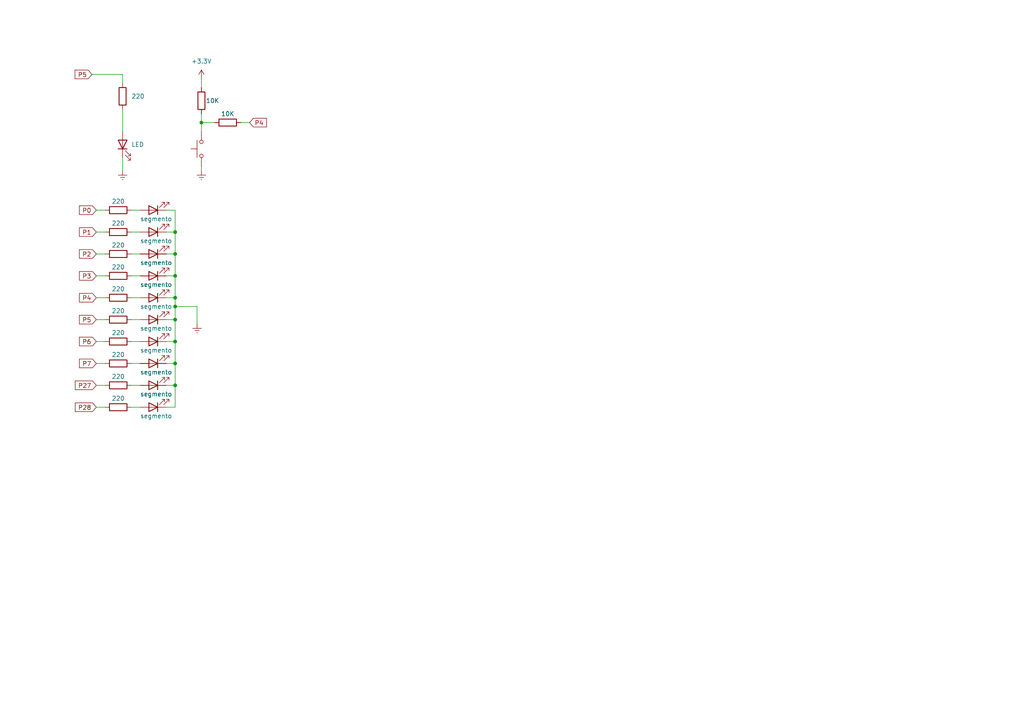
<source format=kicad_sch>
(kicad_sch (version 20211123) (generator eeschema)
  (paper "A4")
  (lib_symbols
    (symbol "Device:LED" (pin_numbers hide) (pin_names (offset 1.016) hide)
      (property "Reference" "D" (at 0 2.54 0))
      (property "Value" "LED" (at 0 -2.54 0))
      (symbol "LED_0_1"
        (polyline (pts (xy -1.27 -1.27) (xy -1.27 1.27)) (stroke (width 0.254)))
        (polyline (pts (xy -1.27 0) (xy 1.27 0)))
        (polyline (pts (xy 1.27 -1.27) (xy 1.27 1.27) (xy -1.27 0) (xy 1.27 -1.27)) (stroke (width 0.254)))
        (polyline (pts (xy -3.048 -0.762) (xy -4.572 -2.286) (xy -3.81 -2.286) (xy -4.572 -2.286) (xy -4.572 -1.524)))
        (polyline (pts (xy -1.778 -0.762) (xy -3.302 -2.286) (xy -2.54 -2.286) (xy -3.302 -2.286) (xy -3.302 -1.524)))
      )
      (symbol "LED_1_1"
        (pin passive line (at -3.81 0 0) (length 2.54) (name "K") (number "1"))
        (pin passive line (at 3.81 0 180) (length 2.54) (name "A") (number "2"))
      )
    )
    (symbol "Device:R" (pin_numbers hide) (pin_names (offset 0))
      (property "Reference" "R" (at 2.032 0 90))
      (property "Value" "R" (at 0 0 90))
      (symbol "R_0_1"
        (rectangle (start -1.016 -2.54) (end 1.016 2.54) (stroke (width 0.254)))
      )
      (symbol "R_1_1"
        (pin passive line (at 0 3.81 270) (length 1.27) (name "~") (number "1"))
        (pin passive line (at 0 -3.81 90) (length 1.27) (name "~") (number "2"))
      )
    )
    (symbol "Switch:SW_Push" (pin_numbers hide) (pin_names (offset 1.016) hide)
      (property "Reference" "SW" (at 1.27 2.54 0))
      (property "Value" "SW_Push" (at 0 -1.524 0))
      (symbol "SW_Push_0_1"
        (circle (center -2.032 0) (radius 0.508))
        (polyline (pts (xy 0 1.27) (xy 0 3.048)))
        (polyline (pts (xy 2.54 1.27) (xy -2.54 1.27)))
        (circle (center 2.032 0) (radius 0.508))
        (pin passive line (at -5.08 0 0) (length 2.54) (name "1") (number "1"))
        (pin passive line (at 5.08 0 180) (length 2.54) (name "2") (number "2"))
      )
    )
    (symbol "power:+3.3V" (power) (pin_names (offset 0))
      (property "Value" "+3.3V" (at 0 3.556 0))
      (symbol "+3.3V_0_1"
        (polyline (pts (xy -0.762 1.27) (xy 0 2.54)))
        (polyline (pts (xy 0 0) (xy 0 2.54)))
        (polyline (pts (xy 0 2.54) (xy 0.762 1.27)))
      )
      (symbol "+3.3V_1_1"
        (pin power_in line (at 0 0 90) (length 0) hide (name "+3.3V") (number "1"))
      )
    )
    (symbol "power:Earth" (power) (pin_names (offset 0))
      (symbol "Earth_0_1"
        (polyline (pts (xy -0.635 -1.905) (xy 0.635 -1.905)))
        (polyline (pts (xy -0.127 -2.54) (xy 0.127 -2.54)))
        (polyline (pts (xy 0 -1.27) (xy 0 0)))
        (polyline (pts (xy 1.27 -1.27) (xy -1.27 -1.27)))
      )
      (symbol "Earth_1_1"
        (pin power_in line (at 0 0 270) (length 0) hide (name "Earth") (number "1"))
      )
    )
  )
  (junction (at 50.8 80.01))
  (junction (at 50.8 88.9))
  (junction (at 50.8 67.31))
  (junction (at 50.8 73.66))
  (junction (at 58.42 35.56))
  (junction (at 50.8 92.71))
  (junction (at 50.8 111.76))
  (junction (at 50.8 86.36))
  (junction (at 50.8 99.06))
  (junction (at 50.8 105.41))
  (wire (pts (xy 38.1 118.11) (xy 40.64 118.11)))
  (wire (pts (xy 38.1 60.96) (xy 40.64 60.96)))
  (wire (pts (xy 35.56 31.75) (xy 35.56 38.1)))
  (wire (pts (xy 38.1 99.06) (xy 40.64 99.06)))
  (wire (pts (xy 57.15 88.9) (xy 50.8 88.9)))
  (wire (pts (xy 27.94 73.66) (xy 30.48 73.66)))
  (wire (pts (xy 38.1 80.01) (xy 40.64 80.01)))
  (wire (pts (xy 58.42 35.56) (xy 62.23 35.56)))
  (wire (pts (xy 26.67 21.59) (xy 35.56 21.59)))
  (wire (pts (xy 48.26 118.11) (xy 50.8 118.11)))
  (wire (pts (xy 48.26 111.76) (xy 50.8 111.76)))
  (wire (pts (xy 38.1 105.41) (xy 40.64 105.41)))
  (wire (pts (xy 27.94 105.41) (xy 30.48 105.41)))
  (wire (pts (xy 69.85 35.56) (xy 72.39 35.56)))
  (wire (pts (xy 50.8 111.76) (xy 50.8 118.11)))
  (wire (pts (xy 38.1 73.66) (xy 40.64 73.66)))
  (wire (pts (xy 48.26 80.01) (xy 50.8 80.01)))
  (wire (pts (xy 27.94 67.31) (xy 30.48 67.31)))
  (wire (pts (xy 48.26 105.41) (xy 50.8 105.41)))
  (wire (pts (xy 50.8 67.31) (xy 50.8 73.66)))
  (wire (pts (xy 48.26 99.06) (xy 50.8 99.06)))
  (wire (pts (xy 48.26 60.96) (xy 50.8 60.96)))
  (wire (pts (xy 48.26 73.66) (xy 50.8 73.66)))
  (wire (pts (xy 58.42 33.02) (xy 58.42 35.56)))
  (wire (pts (xy 48.26 86.36) (xy 50.8 86.36)))
  (wire (pts (xy 50.8 99.06) (xy 50.8 105.41)))
  (wire (pts (xy 35.56 21.59) (xy 35.56 24.13)))
  (wire (pts (xy 38.1 86.36) (xy 40.64 86.36)))
  (wire (pts (xy 27.94 118.11) (xy 30.48 118.11)))
  (wire (pts (xy 38.1 67.31) (xy 40.64 67.31)))
  (wire (pts (xy 50.8 80.01) (xy 50.8 86.36)))
  (wire (pts (xy 35.56 45.72) (xy 35.56 49.53)))
  (wire (pts (xy 27.94 99.06) (xy 30.48 99.06)))
  (wire (pts (xy 27.94 60.96) (xy 30.48 60.96)))
  (wire (pts (xy 57.15 93.98) (xy 57.15 88.9)))
  (wire (pts (xy 27.94 111.76) (xy 30.48 111.76)))
  (wire (pts (xy 27.94 92.71) (xy 30.48 92.71)))
  (wire (pts (xy 58.42 48.26) (xy 58.42 49.53)))
  (wire (pts (xy 50.8 88.9) (xy 50.8 92.71)))
  (wire (pts (xy 50.8 73.66) (xy 50.8 80.01)))
  (wire (pts (xy 50.8 92.71) (xy 50.8 99.06)))
  (wire (pts (xy 50.8 60.96) (xy 50.8 67.31)))
  (wire (pts (xy 50.8 86.36) (xy 50.8 88.9)))
  (wire (pts (xy 38.1 111.76) (xy 40.64 111.76)))
  (wire (pts (xy 27.94 86.36) (xy 30.48 86.36)))
  (wire (pts (xy 58.42 35.56) (xy 58.42 38.1)))
  (wire (pts (xy 58.42 22.86) (xy 58.42 25.4)))
  (wire (pts (xy 27.94 80.01) (xy 30.48 80.01)))
  (wire (pts (xy 48.26 92.71) (xy 50.8 92.71)))
  (wire (pts (xy 50.8 105.41) (xy 50.8 111.76)))
  (wire (pts (xy 38.1 92.71) (xy 40.64 92.71)))
  (wire (pts (xy 48.26 67.31) (xy 50.8 67.31)))
  (global_label "P4" (shape input) (at 27.94 86.36 180) (property "Referencias entre hojas" "${INTERSHEET_REFS}" (effects hide)))
  (global_label "P7" (shape input) (at 27.94 105.41 180) (property "Referencias entre hojas" "${INTERSHEET_REFS}" (effects hide)))
  (global_label "P28" (shape input) (at 27.94 118.11 180) (property "Referencias entre hojas" "${INTERSHEET_REFS}" (effects hide)))
  (global_label "P5" (shape input) (at 26.67 21.59 180) (property "Referencias entre hojas" "${INTERSHEET_REFS}" (effects hide)))
  (global_label "P1" (shape input) (at 27.94 67.31 180) (property "Referencias entre hojas" "${INTERSHEET_REFS}" (effects hide)))
  (global_label "P0" (shape input) (at 27.94 60.96 180) (property "Referencias entre hojas" "${INTERSHEET_REFS}" (effects hide)))
  (global_label "P27" (shape input) (at 27.94 111.76 180) (property "Referencias entre hojas" "${INTERSHEET_REFS}" (effects hide)))
  (global_label "P4" (shape input) (at 72.39 35.56 0) (property "Referencias entre hojas" "${INTERSHEET_REFS}" (effects hide)))
  (global_label "P6" (shape input) (at 27.94 99.06 180) (property "Referencias entre hojas" "${INTERSHEET_REFS}" (effects hide)))
  (global_label "P5" (shape input) (at 27.94 92.71 180) (property "Referencias entre hojas" "${INTERSHEET_REFS}" (effects hide)))
  (global_label "P3" (shape input) (at 27.94 80.01 180) (property "Referencias entre hojas" "${INTERSHEET_REFS}" (effects hide)))
  (global_label "P2" (shape input) (at 27.94 73.66 180) (property "Referencias entre hojas" "${INTERSHEET_REFS}" (effects hide)))
  (symbol (lib_id "Device:LED") (at 44.45 105.41 180) (unit 1)
    (property "Reference" "D?" (effects hide))
    (property "Value" "segmento" (at 40.64 114.3 0) (effects (justify right)))
  )
  (symbol (lib_id "Device:LED") (at 44.45 86.36 180) (unit 1)
    (property "Reference" "D?" (effects hide))
    (property "Value" "segmento" (at 40.64 88.9 0) (effects (justify right)))
  )
  (symbol (lib_id "Device:R") (at 34.29 92.71 90) (unit 1)
    (property "Reference" "R?" (effects hide))
    (property "Value" "220" (at 34.29 90.17 90))
  )
  (symbol (lib_id "Device:R") (at 35.56 27.94 0) (unit 1)
    (property "Reference" "R?" (effects hide))
    (property "Value" "220" (at 38.1 27.9399 0) (effects (justify left)))
  )
  (symbol (lib_id "power:Earth") (at 35.56 49.53 0) (unit 1)
    (property "Reference" "#PWR?" (effects hide))
    (property "Value" "Earth" (effects hide))
  )
  (symbol (lib_id "Switch:SW_Push") (at 58.42 43.18 90) (unit 1)
    (property "Reference" "SW?" (effects hide))
    (property "Value" "SW_Push" (effects hide))
  )
  (symbol (lib_id "Device:LED") (at 44.45 73.66 180) (unit 1)
    (property "Reference" "D?" (effects hide))
    (property "Value" "segmento" (at 40.64 82.55 0) (effects (justify right)))
  )
  (symbol (lib_id "Device:R") (at 34.29 73.66 90) (unit 1)
    (property "Reference" "R?" (effects hide))
    (property "Value" "220" (at 34.29 71.12 90))
  )
  (symbol (lib_id "Device:LED") (at 44.45 80.01 180) (unit 1)
    (property "Reference" "D?" (effects hide))
    (property "Value" "segmento" (at 40.64 76.2 0) (effects (justify right)))
  )
  (symbol (lib_id "Device:R") (at 34.29 99.06 90) (unit 1)
    (property "Reference" "R?" (effects hide))
    (property "Value" "220" (at 34.29 96.52 90))
  )
  (symbol (lib_id "Device:LED") (at 44.45 60.96 180) (unit 1)
    (property "Reference" "D?" (effects hide))
    (property "Value" "segmento" (at 40.64 63.5 0) (effects (justify right)))
  )
  (symbol (lib_id "Device:R") (at 34.29 80.01 90) (unit 1)
    (property "Reference" "R?" (effects hide))
    (property "Value" "220" (at 34.29 77.47 90))
  )
  (symbol (lib_id "Device:R") (at 34.29 67.31 90) (unit 1)
    (property "Reference" "R?" (effects hide))
    (property "Value" "220" (at 34.29 64.77 90))
  )
  (symbol (lib_id "Device:R") (at 34.29 105.41 90) (unit 1)
    (property "Reference" "R?" (effects hide))
    (property "Value" "220" (at 34.29 102.87 90))
  )
  (symbol (lib_id "Device:R") (at 58.42 29.21 0) (unit 1)
    (property "Reference" "R?" (effects hide))
    (property "Value" "10K" (at 59.69 29.21 0) (effects (justify left)))
  )
  (symbol (lib_id "Device:R") (at 34.29 86.36 90) (unit 1)
    (property "Reference" "R?" (effects hide))
    (property "Value" "220" (at 34.29 83.82 90))
  )
  (symbol (lib_id "Device:R") (at 34.29 111.76 90) (unit 1)
    (property "Reference" "R?" (effects hide))
    (property "Value" "220" (at 34.29 109.22 90))
  )
  (symbol (lib_id "Device:LED") (at 44.45 92.71 180) (unit 1)
    (property "Reference" "D?" (effects hide))
    (property "Value" "segmento" (at 40.64 95.25 0) (effects (justify right)))
  )
  (symbol (lib_id "Device:LED") (at 44.45 111.76 180) (unit 1)
    (property "Reference" "D?" (effects hide))
    (property "Value" "segmento" (at 40.64 107.95 0) (effects (justify right)))
  )
  (symbol (lib_id "Device:LED") (at 44.45 99.06 180) (unit 1)
    (property "Reference" "D?" (effects hide))
    (property "Value" "segmento" (at 40.64 101.6 0) (effects (justify right)))
  )
  (symbol (lib_id "power:Earth") (at 57.15 93.98 0) (unit 1)
    (property "Reference" "#PWR?" (effects hide))
    (property "Value" "Earth" (effects hide))
  )
  (symbol (lib_id "power:+3.3V") (at 58.42 22.86 0) (unit 1)
    (property "Reference" "#PWR?" (effects hide))
    (property "Value" "+3.3V" (at 58.42 17.78 0))
  )
  (symbol (lib_id "Device:R") (at 34.29 60.96 90) (unit 1)
    (property "Reference" "R?" (effects hide))
    (property "Value" "220" (at 34.29 58.42 90))
  )
  (symbol (lib_id "Device:LED") (at 44.45 118.11 180) (unit 1)
    (property "Reference" "D?" (effects hide))
    (property "Value" "segmento" (at 40.64 120.65 0) (effects (justify right)))
  )
  (symbol (lib_id "Device:LED") (at 44.45 67.31 180) (unit 1)
    (property "Reference" "D?" (effects hide))
    (property "Value" "segmento" (at 40.64 69.85 0) (effects (justify right)))
  )
  (symbol (lib_id "power:Earth") (at 58.42 49.53 0) (unit 1)
    (property "Reference" "#PWR?" (effects hide))
    (property "Value" "Earth" (effects hide))
  )
  (symbol (lib_id "Device:R") (at 66.04 35.56 90) (unit 1)
    (property "Reference" "R?" (effects hide))
    (property "Value" "10K" (at 66.04 33.02 90))
  )
  (symbol (lib_id "Device:R") (at 34.29 118.11 90) (unit 1)
    (property "Reference" "R?" (effects hide))
    (property "Value" "220" (at 34.29 115.57 90))
  )
  (symbol (lib_id "Device:LED") (at 35.56 41.91 90) (unit 1)
    (property "Reference" "D?" (effects hide))
    (property "Value" "LED" (at 38.1 41.91 90) (effects (justify right)))
  )
)
</source>
